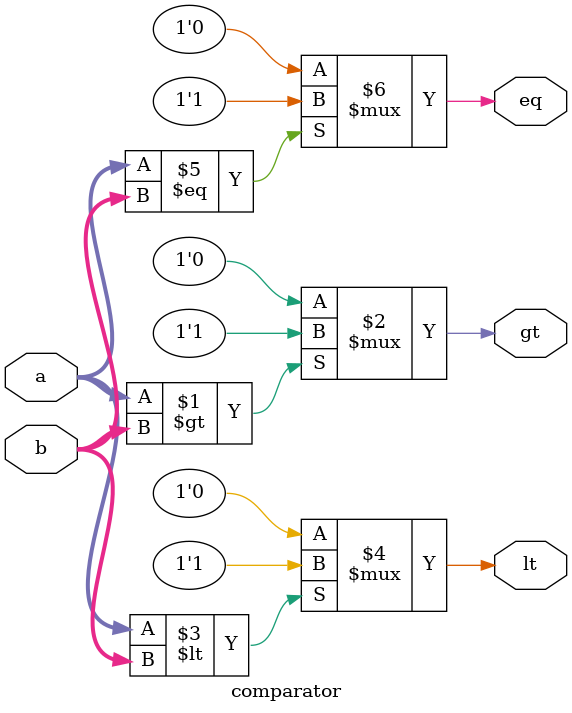
<source format=v>
/******************************************************************************************************************

This source code is a work of its author. No part of it should be copied and pasted for any commercial purpose. 
This code is purely for educational purposes. If required, this code can be cloned from GitHub repository.

Filename	: comparator.v

Description	: 4-bit Comparator Design

Author Name	: Deep Kar Sarkar

Version		: 1.0

*******************************************************************************************************************/

module comparator(a, b, gt, lt, eq);

	//Defining the input and output ports
	input [3:0] a, b;
	output gt, lt, eq;
	
	//Assigning the output ports with the required logic
	assign gt = a>b ? 1'b1 : 1'b0;
	assign lt = a<b ? 1'b1 : 1'b0;
	assign eq = a==b ? 1'b1 : 1'b0;

endmodule

</source>
